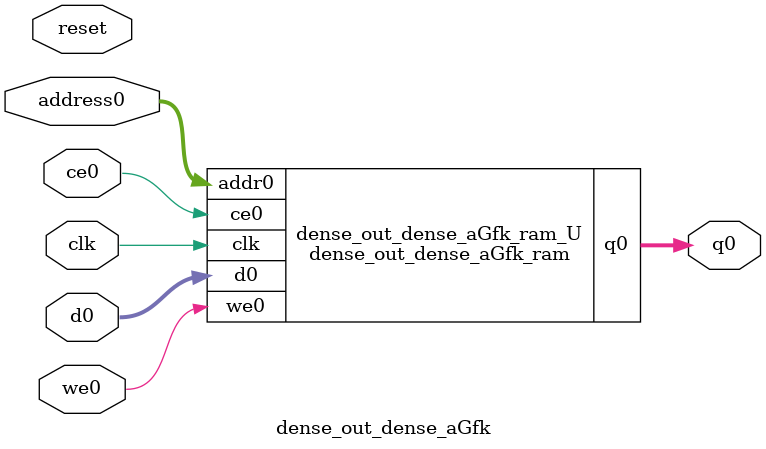
<source format=v>
`timescale 1 ns / 1 ps
module dense_out_dense_aGfk_ram (addr0, ce0, d0, we0, q0,  clk);

parameter DWIDTH = 14;
parameter AWIDTH = 4;
parameter MEM_SIZE = 10;

input[AWIDTH-1:0] addr0;
input ce0;
input[DWIDTH-1:0] d0;
input we0;
output reg[DWIDTH-1:0] q0;
input clk;

(* ram_style = "distributed" *)reg [DWIDTH-1:0] ram[0:MEM_SIZE-1];




always @(posedge clk)  
begin 
    if (ce0) 
    begin
        if (we0) 
        begin 
            ram[addr0] <= d0; 
        end 
        q0 <= ram[addr0];
    end
end


endmodule

`timescale 1 ns / 1 ps
module dense_out_dense_aGfk(
    reset,
    clk,
    address0,
    ce0,
    we0,
    d0,
    q0);

parameter DataWidth = 32'd14;
parameter AddressRange = 32'd10;
parameter AddressWidth = 32'd4;
input reset;
input clk;
input[AddressWidth - 1:0] address0;
input ce0;
input we0;
input[DataWidth - 1:0] d0;
output[DataWidth - 1:0] q0;



dense_out_dense_aGfk_ram dense_out_dense_aGfk_ram_U(
    .clk( clk ),
    .addr0( address0 ),
    .ce0( ce0 ),
    .we0( we0 ),
    .d0( d0 ),
    .q0( q0 ));

endmodule


</source>
